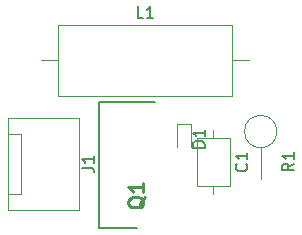
<source format=gto>
G04 #@! TF.GenerationSoftware,KiCad,Pcbnew,9.0.4*
G04 #@! TF.CreationDate,2025-10-14T04:28:12+05:30*
G04 #@! TF.ProjectId,Buck converter,4275636b-2063-46f6-9e76-65727465722e,rev?*
G04 #@! TF.SameCoordinates,Original*
G04 #@! TF.FileFunction,Legend,Top*
G04 #@! TF.FilePolarity,Positive*
%FSLAX46Y46*%
G04 Gerber Fmt 4.6, Leading zero omitted, Abs format (unit mm)*
G04 Created by KiCad (PCBNEW 9.0.4) date 2025-10-14 04:28:12*
%MOMM*%
%LPD*%
G01*
G04 APERTURE LIST*
%ADD10C,0.150000*%
%ADD11C,0.254000*%
%ADD12C,0.120000*%
%ADD13C,0.200000*%
G04 APERTURE END LIST*
D10*
X86354819Y-77753333D02*
X87069104Y-77753333D01*
X87069104Y-77753333D02*
X87211961Y-77800952D01*
X87211961Y-77800952D02*
X87307200Y-77896190D01*
X87307200Y-77896190D02*
X87354819Y-78039047D01*
X87354819Y-78039047D02*
X87354819Y-78134285D01*
X87354819Y-76753333D02*
X87354819Y-77324761D01*
X87354819Y-77039047D02*
X86354819Y-77039047D01*
X86354819Y-77039047D02*
X86497676Y-77134285D01*
X86497676Y-77134285D02*
X86592914Y-77229523D01*
X86592914Y-77229523D02*
X86640533Y-77324761D01*
X91553333Y-65084819D02*
X91077143Y-65084819D01*
X91077143Y-65084819D02*
X91077143Y-64084819D01*
X92410476Y-65084819D02*
X91839048Y-65084819D01*
X92124762Y-65084819D02*
X92124762Y-64084819D01*
X92124762Y-64084819D02*
X92029524Y-64227676D01*
X92029524Y-64227676D02*
X91934286Y-64322914D01*
X91934286Y-64322914D02*
X91839048Y-64370533D01*
X104324819Y-77391666D02*
X103848628Y-77724999D01*
X104324819Y-77963094D02*
X103324819Y-77963094D01*
X103324819Y-77963094D02*
X103324819Y-77582142D01*
X103324819Y-77582142D02*
X103372438Y-77486904D01*
X103372438Y-77486904D02*
X103420057Y-77439285D01*
X103420057Y-77439285D02*
X103515295Y-77391666D01*
X103515295Y-77391666D02*
X103658152Y-77391666D01*
X103658152Y-77391666D02*
X103753390Y-77439285D01*
X103753390Y-77439285D02*
X103801009Y-77486904D01*
X103801009Y-77486904D02*
X103848628Y-77582142D01*
X103848628Y-77582142D02*
X103848628Y-77963094D01*
X104324819Y-76439285D02*
X104324819Y-77010713D01*
X104324819Y-76724999D02*
X103324819Y-76724999D01*
X103324819Y-76724999D02*
X103467676Y-76820237D01*
X103467676Y-76820237D02*
X103562914Y-76915475D01*
X103562914Y-76915475D02*
X103610533Y-77010713D01*
X100279580Y-77416666D02*
X100327200Y-77464285D01*
X100327200Y-77464285D02*
X100374819Y-77607142D01*
X100374819Y-77607142D02*
X100374819Y-77702380D01*
X100374819Y-77702380D02*
X100327200Y-77845237D01*
X100327200Y-77845237D02*
X100231961Y-77940475D01*
X100231961Y-77940475D02*
X100136723Y-77988094D01*
X100136723Y-77988094D02*
X99946247Y-78035713D01*
X99946247Y-78035713D02*
X99803390Y-78035713D01*
X99803390Y-78035713D02*
X99612914Y-77988094D01*
X99612914Y-77988094D02*
X99517676Y-77940475D01*
X99517676Y-77940475D02*
X99422438Y-77845237D01*
X99422438Y-77845237D02*
X99374819Y-77702380D01*
X99374819Y-77702380D02*
X99374819Y-77607142D01*
X99374819Y-77607142D02*
X99422438Y-77464285D01*
X99422438Y-77464285D02*
X99470057Y-77416666D01*
X100374819Y-76464285D02*
X100374819Y-77035713D01*
X100374819Y-76749999D02*
X99374819Y-76749999D01*
X99374819Y-76749999D02*
X99517676Y-76845237D01*
X99517676Y-76845237D02*
X99612914Y-76940475D01*
X99612914Y-76940475D02*
X99660533Y-77035713D01*
X96754819Y-76038094D02*
X95754819Y-76038094D01*
X95754819Y-76038094D02*
X95754819Y-75799999D01*
X95754819Y-75799999D02*
X95802438Y-75657142D01*
X95802438Y-75657142D02*
X95897676Y-75561904D01*
X95897676Y-75561904D02*
X95992914Y-75514285D01*
X95992914Y-75514285D02*
X96183390Y-75466666D01*
X96183390Y-75466666D02*
X96326247Y-75466666D01*
X96326247Y-75466666D02*
X96516723Y-75514285D01*
X96516723Y-75514285D02*
X96611961Y-75561904D01*
X96611961Y-75561904D02*
X96707200Y-75657142D01*
X96707200Y-75657142D02*
X96754819Y-75799999D01*
X96754819Y-75799999D02*
X96754819Y-76038094D01*
X96754819Y-74514285D02*
X96754819Y-75085713D01*
X96754819Y-74799999D02*
X95754819Y-74799999D01*
X95754819Y-74799999D02*
X95897676Y-74895237D01*
X95897676Y-74895237D02*
X95992914Y-74990475D01*
X95992914Y-74990475D02*
X96040533Y-75085713D01*
D11*
X91695270Y-80200952D02*
X91634794Y-80321904D01*
X91634794Y-80321904D02*
X91513842Y-80442857D01*
X91513842Y-80442857D02*
X91332413Y-80624285D01*
X91332413Y-80624285D02*
X91271937Y-80745238D01*
X91271937Y-80745238D02*
X91271937Y-80866190D01*
X91574318Y-80805714D02*
X91513842Y-80926666D01*
X91513842Y-80926666D02*
X91392889Y-81047619D01*
X91392889Y-81047619D02*
X91150984Y-81108095D01*
X91150984Y-81108095D02*
X90727651Y-81108095D01*
X90727651Y-81108095D02*
X90485746Y-81047619D01*
X90485746Y-81047619D02*
X90364794Y-80926666D01*
X90364794Y-80926666D02*
X90304318Y-80805714D01*
X90304318Y-80805714D02*
X90304318Y-80563809D01*
X90304318Y-80563809D02*
X90364794Y-80442857D01*
X90364794Y-80442857D02*
X90485746Y-80321904D01*
X90485746Y-80321904D02*
X90727651Y-80261428D01*
X90727651Y-80261428D02*
X91150984Y-80261428D01*
X91150984Y-80261428D02*
X91392889Y-80321904D01*
X91392889Y-80321904D02*
X91513842Y-80442857D01*
X91513842Y-80442857D02*
X91574318Y-80563809D01*
X91574318Y-80563809D02*
X91574318Y-80805714D01*
X91574318Y-79051904D02*
X91574318Y-79777619D01*
X91574318Y-79414762D02*
X90304318Y-79414762D01*
X90304318Y-79414762D02*
X90485746Y-79535714D01*
X90485746Y-79535714D02*
X90606699Y-79656666D01*
X90606699Y-79656666D02*
X90667175Y-79777619D01*
D12*
X86150000Y-73570000D02*
X86150000Y-81370000D01*
X80100000Y-73570000D02*
X86150000Y-73570000D01*
X81210000Y-74920000D02*
X81210000Y-80000000D01*
X80200000Y-74920000D02*
X81210000Y-74920000D01*
X81210000Y-80000000D02*
X80200000Y-80000000D01*
X86150000Y-81370000D02*
X80100000Y-81370000D01*
X80100000Y-81370000D02*
X80100000Y-73570000D01*
X82900000Y-68650000D02*
X84350000Y-68650000D01*
X100540000Y-68650000D02*
X99090000Y-68650000D01*
X84350000Y-65630000D02*
X99090000Y-65630000D01*
X99090000Y-71670000D01*
X84350000Y-71670000D01*
X84350000Y-65630000D01*
X101500000Y-76055000D02*
X101500000Y-78665000D01*
X102870000Y-74685000D02*
G75*
G02*
X100130000Y-74685000I-1370000J0D01*
G01*
X100130000Y-74685000D02*
G75*
G02*
X102870000Y-74685000I1370000J0D01*
G01*
X97500000Y-74540000D02*
X97500000Y-75230000D01*
X97500000Y-79960000D02*
X97500000Y-79270000D01*
X98920000Y-75230000D02*
X96080000Y-75230000D01*
X96080000Y-79270000D01*
X98920000Y-79270000D01*
X98920000Y-75230000D01*
X94400000Y-76000000D02*
X94400000Y-74040000D01*
X95600000Y-74040000D02*
X94400000Y-74040000D01*
X95600000Y-76000000D02*
X95600000Y-74040000D01*
D13*
X87775000Y-72210000D02*
X87775000Y-82870000D01*
X87775000Y-82870000D02*
X91000000Y-82870000D01*
X92595000Y-72210000D02*
X87775000Y-72210000D01*
M02*

</source>
